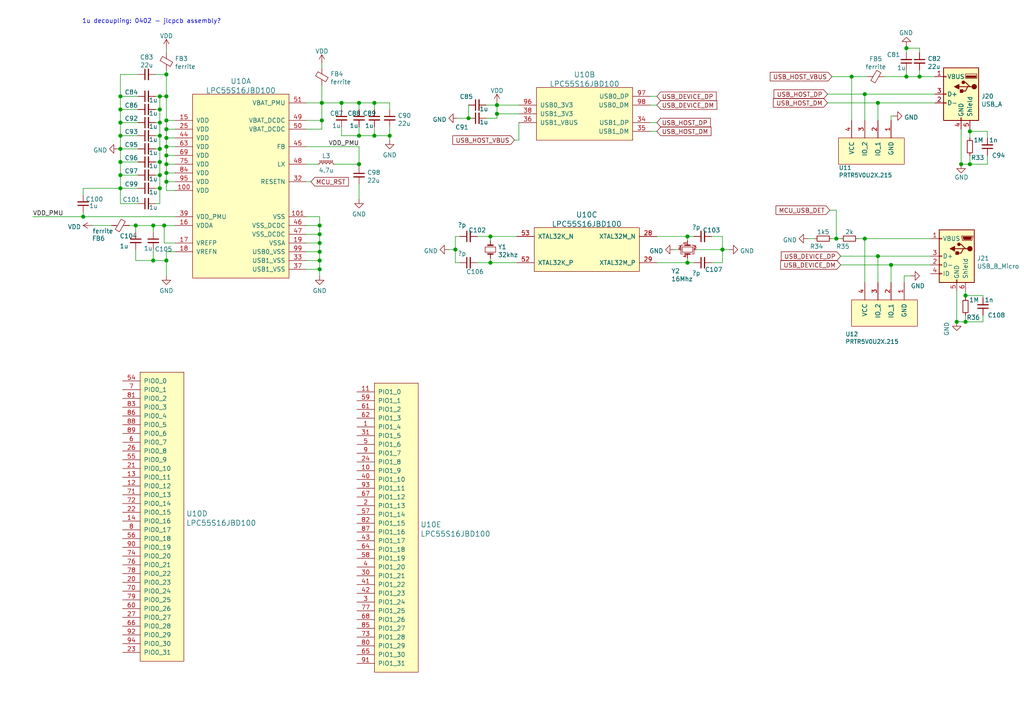
<source format=kicad_sch>
(kicad_sch (version 20210406) (generator eeschema)
  (paper "A4")
  (lib_symbols
    (symbol "Connector:USB_A" (pin_names (offset 1.016))
      (property "Reference" "J" (at -5.08 11.43 0))
      (property "Value" "USB_A" (at -5.08 8.89 0))
      (symbol "USB_A_0_1"
        (circle (center -3.81 2.159) (radius 0.635) (stroke (width 0.254)) (fill (type outline)))
        (circle (center -0.635 3.429) (radius 0.381) (stroke (width 0.254)) (fill (type outline)))
        (rectangle (start -1.27 4.572) (end -4.572 5.842))
        (rectangle (start -0.127 -7.62) (end 0.127 -6.858))
        (rectangle (start 5.08 -2.667) (end 4.318 -2.413))
        (rectangle (start 5.08 -0.127) (end 4.318 0.127))
        (rectangle (start 5.08 4.953) (end 4.318 5.207))
        (rectangle (start -1.524 4.826) (end -4.318 5.334) (fill (type outline)))
        (rectangle (start 0.254 1.27) (end -0.508 0.508) (stroke (width 0.254)) (fill (type outline)))
        (rectangle (start -5.08 -7.62) (end 5.08 7.62) (stroke (width 0.254)) (fill (type background)))
        (polyline (pts (xy -3.175 2.159) (xy -2.54 2.159) (xy -1.27 3.429) (xy -0.635 3.429)) (stroke (width 0.254)))
        (polyline (pts (xy -2.54 2.159) (xy -1.905 2.159) (xy -1.27 0.889) (xy 0 0.889)) (stroke (width 0.254)))
        (polyline (pts (xy 0.635 2.794) (xy 0.635 1.524) (xy 1.905 2.159) (xy 0.635 2.794)) (stroke (width 0.254)) (fill (type outline)))
      )
      (symbol "USB_A_1_1"
        (polyline (pts (xy -1.905 2.159) (xy 0.635 2.159)) (stroke (width 0.254)))
        (pin power_in line (at 7.62 5.08 180) (length 2.54) (name "VBUS") (number "1"))
        (pin bidirectional line (at 7.62 -2.54 180) (length 2.54) (name "D-") (number "2"))
        (pin bidirectional line (at 7.62 0 180) (length 2.54) (name "D+") (number "3"))
        (pin power_in line (at 0 -10.16 90) (length 2.54) (name "GND") (number "4"))
        (pin passive line (at -2.54 -10.16 90) (length 2.54) (name "Shield") (number "5"))
      )
    )
    (symbol "Connector:USB_B_Micro" (pin_names (offset 1.016))
      (property "Reference" "J" (at -5.08 11.43 0))
      (property "Value" "USB_B_Micro" (at -5.08 8.89 0))
      (symbol "USB_B_Micro_0_1"
        (circle (center -3.81 2.159) (radius 0.635) (stroke (width 0.254)) (fill (type outline)))
        (circle (center -0.635 3.429) (radius 0.381) (stroke (width 0.254)) (fill (type outline)))
        (rectangle (start -0.127 -7.62) (end 0.127 -6.858))
        (rectangle (start 5.08 -5.207) (end 4.318 -4.953))
        (rectangle (start 5.08 -2.667) (end 4.318 -2.413))
        (rectangle (start 5.08 -0.127) (end 4.318 0.127))
        (rectangle (start 5.08 4.953) (end 4.318 5.207))
        (rectangle (start 0.254 1.27) (end -0.508 0.508) (stroke (width 0.254)) (fill (type outline)))
        (rectangle (start -5.08 -7.62) (end 5.08 7.62) (stroke (width 0.254)) (fill (type background)))
        (polyline (pts (xy -1.905 2.159) (xy 0.635 2.159)) (stroke (width 0.254)))
        (polyline (pts (xy -3.175 2.159) (xy -2.54 2.159) (xy -1.27 3.429) (xy -0.635 3.429)) (stroke (width 0.254)))
        (polyline (pts (xy -2.54 2.159) (xy -1.905 2.159) (xy -1.27 0.889) (xy 0 0.889)) (stroke (width 0.254)))
        (polyline (pts (xy -4.699 5.842) (xy -4.699 5.588) (xy -4.445 4.826) (xy -4.445 4.572) (xy -1.651 4.572) (xy -1.651 4.826) (xy -1.397 5.588) (xy -1.397 5.842) (xy -4.699 5.842)))
        (polyline (pts (xy 0.635 2.794) (xy 0.635 1.524) (xy 1.905 2.159) (xy 0.635 2.794)) (stroke (width 0.254)) (fill (type outline)))
        (polyline (pts (xy -4.318 5.588) (xy -1.778 5.588) (xy -2.032 4.826) (xy -4.064 4.826) (xy -4.318 5.588)) (fill (type outline)))
      )
      (symbol "USB_B_Micro_1_1"
        (pin power_out line (at 7.62 5.08 180) (length 2.54) (name "VBUS") (number "1"))
        (pin bidirectional line (at 7.62 -2.54 180) (length 2.54) (name "D-") (number "2"))
        (pin bidirectional line (at 7.62 0 180) (length 2.54) (name "D+") (number "3"))
        (pin passive line (at 7.62 -5.08 180) (length 2.54) (name "ID") (number "4"))
        (pin power_out line (at 0 -10.16 90) (length 2.54) (name "GND") (number "5"))
        (pin passive line (at -2.54 -10.16 90) (length 2.54) (name "Shield") (number "6"))
      )
    )
    (symbol "Device:C_Small" (pin_numbers hide) (pin_names (offset 0.254) hide)
      (property "Reference" "C" (at 0.254 1.778 0))
      (property "Value" "C_Small" (at 0.254 -2.032 0))
      (symbol "C_Small_0_1"
        (polyline (pts (xy -1.524 -0.508) (xy 1.524 -0.508)) (stroke (width 0.3302)))
        (polyline (pts (xy -1.524 0.508) (xy 1.524 0.508)) (stroke (width 0.3048)))
      )
      (symbol "C_Small_1_1"
        (pin passive line (at 0 2.54 270) (length 2.032) (name "~") (number "1"))
        (pin passive line (at 0 -2.54 90) (length 2.032) (name "~") (number "2"))
      )
    )
    (symbol "Device:Crystal_GND23_Small" (pin_names (offset 1.016) hide)
      (property "Reference" "Y" (at 1.27 4.445 0))
      (property "Value" "Crystal_GND23_Small" (at 1.27 2.54 0))
      (symbol "Crystal_GND23_Small_0_1"
        (rectangle (start -0.762 -1.524) (end 0.762 1.524))
        (polyline (pts (xy -1.27 -0.762) (xy -1.27 0.762)) (stroke (width 0.381)))
        (polyline (pts (xy 1.27 -0.762) (xy 1.27 0.762)) (stroke (width 0.381)))
        (polyline (pts (xy -1.27 -1.27) (xy -1.27 -1.905) (xy 1.27 -1.905) (xy 1.27 -1.27)))
        (polyline (pts (xy -1.27 1.27) (xy -1.27 1.905) (xy 1.27 1.905) (xy 1.27 1.27)))
      )
      (symbol "Crystal_GND23_Small_1_1"
        (pin passive line (at -2.54 0 0) (length 1.27) (name "1") (number "1"))
        (pin passive line (at 0 -2.54 90) (length 0.635) (name "2") (number "2"))
        (pin passive line (at 0 2.54 270) (length 0.635) (name "3") (number "3"))
        (pin passive line (at 2.54 0 180) (length 1.27) (name "4") (number "4"))
      )
    )
    (symbol "Device:Crystal_Small" (pin_numbers hide) (pin_names (offset 1.016) hide)
      (property "Reference" "Y" (at 0 2.54 0))
      (property "Value" "Crystal_Small" (at 0 -2.54 0))
      (symbol "Crystal_Small_0_1"
        (rectangle (start -0.762 -1.524) (end 0.762 1.524))
        (polyline (pts (xy -1.27 -0.762) (xy -1.27 0.762)) (stroke (width 0.381)))
        (polyline (pts (xy 1.27 -0.762) (xy 1.27 0.762)) (stroke (width 0.381)))
      )
      (symbol "Crystal_Small_1_1"
        (pin passive line (at -2.54 0 0) (length 1.27) (name "1") (number "1"))
        (pin passive line (at 2.54 0 180) (length 1.27) (name "2") (number "2"))
      )
    )
    (symbol "Device:FerriteBead_Small" (pin_numbers hide) (pin_names (offset 0))
      (property "Reference" "FB" (at 1.905 1.27 0))
      (property "Value" "FerriteBead_Small" (at 1.905 -1.27 0))
      (symbol "FerriteBead_Small_0_1"
        (polyline (pts (xy 0 -1.27) (xy 0 -0.7874)))
        (polyline (pts (xy 0 0.889) (xy 0 1.2954)))
        (polyline (pts (xy -1.8288 0.2794) (xy -1.1176 1.4986) (xy 1.8288 -0.2032) (xy 1.1176 -1.4224) (xy -1.8288 0.2794)))
      )
      (symbol "FerriteBead_Small_1_1"
        (pin passive line (at 0 2.54 270) (length 1.27) (name "~") (number "1"))
        (pin passive line (at 0 -2.54 90) (length 1.27) (name "~") (number "2"))
      )
    )
    (symbol "Device:L_Ferrite_Small" (pin_numbers hide) (pin_names (offset 0.254) hide)
      (property "Reference" "L" (at 1.27 1.016 0))
      (property "Value" "L_Ferrite_Small" (at 1.27 -1.27 0))
      (symbol "L_Ferrite_Small_0_1"
        (arc (start 0 -2.032) (end 0 -1.016) (radius (at 0 -1.524) (length 0.508) (angles -89.9 89.9)))
        (arc (start 0 -1.016) (end 0 0) (radius (at 0 -0.508) (length 0.508) (angles -89.9 89.9)))
        (arc (start 0 0) (end 0 1.016) (radius (at 0 0.508) (length 0.508) (angles -89.9 89.9)))
        (arc (start 0 1.016) (end 0 2.032) (radius (at 0 1.524) (length 0.508) (angles -89.9 89.9)))
        (polyline (pts (xy 0.762 -1.905) (xy 0.762 -1.651)))
        (polyline (pts (xy 0.762 -1.397) (xy 0.762 -1.143)))
        (polyline (pts (xy 0.762 -0.889) (xy 0.762 -0.635)))
        (polyline (pts (xy 0.762 -0.381) (xy 0.762 -0.127)))
        (polyline (pts (xy 0.762 0.127) (xy 0.762 0.381)))
        (polyline (pts (xy 0.762 0.635) (xy 0.762 0.889)))
        (polyline (pts (xy 0.762 1.143) (xy 0.762 1.397)))
        (polyline (pts (xy 0.762 1.651) (xy 0.762 1.905)))
        (polyline (pts (xy 1.016 -1.651) (xy 1.016 -1.905)))
        (polyline (pts (xy 1.016 -1.143) (xy 1.016 -1.397)))
        (polyline (pts (xy 1.016 -0.635) (xy 1.016 -0.889)))
        (polyline (pts (xy 1.016 -0.127) (xy 1.016 -0.381)))
        (polyline (pts (xy 1.016 0.381) (xy 1.016 0.127)))
        (polyline (pts (xy 1.016 0.889) (xy 1.016 0.635)))
        (polyline (pts (xy 1.016 1.397) (xy 1.016 1.143)))
        (polyline (pts (xy 1.016 1.905) (xy 1.016 1.651)))
      )
      (symbol "L_Ferrite_Small_1_1"
        (pin passive line (at 0 2.54 270) (length 0.508) (name "~") (number "1"))
        (pin passive line (at 0 -2.54 90) (length 0.508) (name "~") (number "2"))
      )
    )
    (symbol "Device:R_Small" (pin_numbers hide) (pin_names (offset 0.254) hide)
      (property "Reference" "R" (at 0.762 0.508 0))
      (property "Value" "R_Small" (at 0.762 -1.016 0))
      (symbol "R_Small_0_1"
        (rectangle (start -0.762 1.778) (end 0.762 -1.778) (stroke (width 0.2032)))
      )
      (symbol "R_Small_1_1"
        (pin passive line (at 0 2.54 270) (length 0.762) (name "~") (number "1"))
        (pin passive line (at 0 -2.54 90) (length 0.762) (name "~") (number "2"))
      )
    )
    (symbol "Kamtar:LPC55S16JBD100" (pin_names (offset 1.016))
      (property "Reference" "U" (at 5.08 6.35 0))
      (property "Value" "LPC55S16JBD100" (at 5.08 3.81 0))
      (symbol "LPC55S16JBD100_1_1"
        (rectangle (start 5.08 2.54) (end 33.02 -50.8) (fill (type background)))
        (pin bidirectional line (at 0 -25.4 0) (length 5.08) (name "VDD") (number "100"))
        (pin bidirectional line (at 38.1 -33.02 180) (length 5.08) (name "VSS") (number "101"))
        (pin bidirectional line (at 0 -5.08 0) (length 5.08) (name "VDD") (number "15"))
        (pin bidirectional line (at 0 -35.56 0) (length 5.08) (name "VDDA") (number "16"))
        (pin bidirectional line (at 0 -40.64 0) (length 5.08) (name "VREFP") (number "17"))
        (pin bidirectional line (at 0 -43.18 0) (length 5.08) (name "VREFN") (number "18"))
        (pin bidirectional line (at 38.1 -40.64 180) (length 5.08) (name "VSSA") (number "19"))
        (pin bidirectional line (at 0 -7.62 0) (length 5.08) (name "VDD") (number "25"))
        (pin bidirectional line (at 38.1 -22.86 180) (length 5.08) (name "RESETN") (number "32"))
        (pin bidirectional line (at 38.1 -45.72 180) (length 5.08) (name "USB1_VSS") (number "33"))
        (pin bidirectional line (at 38.1 -48.26 180) (length 5.08) (name "USB1_VSS") (number "37"))
        (pin bidirectional line (at 0 -33.02 0) (length 5.08) (name "VDD_PMU") (number "39"))
        (pin bidirectional line (at 0 -10.16 0) (length 5.08) (name "VDD") (number "44"))
        (pin bidirectional line (at 38.1 -12.7 180) (length 5.08) (name "FB") (number "45"))
        (pin bidirectional line (at 38.1 -35.56 180) (length 5.08) (name "VSS_DCDC") (number "46"))
        (pin bidirectional line (at 38.1 -38.1 180) (length 5.08) (name "VSS_DCDC") (number "47"))
        (pin bidirectional line (at 38.1 -17.78 180) (length 5.08) (name "LX") (number "48"))
        (pin bidirectional line (at 38.1 -5.08 180) (length 5.08) (name "VBAT_DCDC") (number "49"))
        (pin bidirectional line (at 38.1 -7.62 180) (length 5.08) (name "VBAT_DCDC") (number "50"))
        (pin bidirectional line (at 38.1 0 180) (length 5.08) (name "VBAT_PMU") (number "51"))
        (pin bidirectional line (at 0 -12.7 0) (length 5.08) (name "VDD") (number "63"))
        (pin bidirectional line (at 0 -15.24 0) (length 5.08) (name "VDD") (number "69"))
        (pin bidirectional line (at 0 -17.78 0) (length 5.08) (name "VDD") (number "75"))
        (pin bidirectional line (at 0 -20.32 0) (length 5.08) (name "VDD") (number "84"))
        (pin bidirectional line (at 0 -22.86 0) (length 5.08) (name "VDD") (number "95"))
        (pin bidirectional line (at 38.1 -43.18 180) (length 5.08) (name "USB0_VSS") (number "99"))
      )
      (symbol "LPC55S16JBD100_2_1"
        (rectangle (start 5.08 2.54) (end 33.02 -12.7) (fill (type background)))
        (pin bidirectional line (at 38.1 -7.62 180) (length 5.08) (name "USB1_DP") (number "34"))
        (pin bidirectional line (at 38.1 -10.16 180) (length 5.08) (name "USB1_DM") (number "35"))
        (pin bidirectional line (at 0 -7.62 0) (length 5.08) (name "USB1_VBUS") (number "36"))
        (pin bidirectional line (at 0 -5.08 0) (length 5.08) (name "USB1_3V3") (number "38"))
        (pin bidirectional line (at 0 -2.54 0) (length 5.08) (name "USB0_3V3") (number "96"))
        (pin bidirectional line (at 38.1 0 180) (length 5.08) (name "USB0_DP") (number "97"))
        (pin bidirectional line (at 38.1 -2.54 180) (length 5.08) (name "USB0_DM") (number "98"))
      )
      (symbol "LPC55S16JBD100_3_1"
        (rectangle (start 5.08 2.54) (end 35.56 -10.16) (fill (type background)))
        (pin bidirectional line (at 40.64 0 180) (length 5.08) (name "XTAL32M_N") (number "28"))
        (pin bidirectional line (at 40.64 -7.62 180) (length 5.08) (name "XTAL32M_P") (number "29"))
        (pin bidirectional line (at 0 -7.62 0) (length 5.08) (name "XTAL32K_P") (number "52"))
        (pin bidirectional line (at 0 0 0) (length 5.08) (name "XTAL32K_N") (number "53"))
      )
      (symbol "LPC55S16JBD100_4_1"
        (rectangle (start 5.08 2.54) (end 17.78 -81.28) (fill (type background)))
        (pin bidirectional line (at 0 -30.48 0) (length 5.08) (name "PIO0_12") (number "12"))
        (pin bidirectional line (at 0 -27.94 0) (length 5.08) (name "PIO0_11") (number "13"))
        (pin bidirectional line (at 0 -40.64 0) (length 5.08) (name "PIO0_16") (number "14"))
        (pin bidirectional line (at 0 -58.42 0) (length 5.08) (name "PIO0_23") (number "20"))
        (pin bidirectional line (at 0 -25.4 0) (length 5.08) (name "PIO0_10") (number "21"))
        (pin bidirectional line (at 0 -38.1 0) (length 5.08) (name "PIO0_15") (number "22"))
        (pin bidirectional line (at 0 -78.74 0) (length 5.08) (name "PIO0_31") (number "23"))
        (pin bidirectional line (at 0 -20.32 0) (length 5.08) (name "PIO0_8") (number "26"))
        (pin bidirectional line (at 0 -68.58 0) (length 5.08) (name "PIO0_27") (number "27"))
        (pin bidirectional line (at 0 0 0) (length 5.08) (name "PIO0_0") (number "54"))
        (pin bidirectional line (at 0 -22.86 0) (length 5.08) (name "PIO0_9") (number "55"))
        (pin bidirectional line (at 0 -45.72 0) (length 5.08) (name "PIO0_18") (number "56"))
        (pin bidirectional line (at 0 -17.78 0) (length 5.08) (name "PIO0_7") (number "6"))
        (pin bidirectional line (at 0 -66.04 0) (length 5.08) (name "PIO0_26") (number "60"))
        (pin bidirectional line (at 0 -71.12 0) (length 5.08) (name "PIO0_28") (number "66"))
        (pin bidirectional line (at 0 -2.54 0) (length 5.08) (name "PIO0_1") (number "7"))
        (pin bidirectional line (at 0 -60.96 0) (length 5.08) (name "PIO0_24") (number "70"))
        (pin bidirectional line (at 0 -33.02 0) (length 5.08) (name "PIO0_13") (number "71"))
        (pin bidirectional line (at 0 -35.56 0) (length 5.08) (name "PIO0_14") (number "72"))
        (pin bidirectional line (at 0 -50.8 0) (length 5.08) (name "PIO0_20") (number "74"))
        (pin bidirectional line (at 0 -53.34 0) (length 5.08) (name "PIO0_21") (number "76"))
        (pin bidirectional line (at 0 -55.88 0) (length 5.08) (name "PIO0_22") (number "78"))
        (pin bidirectional line (at 0 -63.5 0) (length 5.08) (name "PIO0_25") (number "79"))
        (pin bidirectional line (at 0 -43.18 0) (length 5.08) (name "PIO0_17") (number "8"))
        (pin bidirectional line (at 0 -5.08 0) (length 5.08) (name "PIO0_2") (number "81"))
        (pin bidirectional line (at 0 -7.62 0) (length 5.08) (name "PIO0_3") (number "83"))
        (pin bidirectional line (at 0 -10.16 0) (length 5.08) (name "PIO0_4") (number "86"))
        (pin bidirectional line (at 0 -12.7 0) (length 5.08) (name "PIO0_5") (number "88"))
        (pin bidirectional line (at 0 -15.24 0) (length 5.08) (name "PIO0_6") (number "89"))
        (pin bidirectional line (at 0 -48.26 0) (length 5.08) (name "PIO0_19") (number "90"))
        (pin bidirectional line (at 0 -73.66 0) (length 5.08) (name "PIO0_29") (number "92"))
        (pin bidirectional line (at 0 -76.2 0) (length 5.08) (name "PIO0_30") (number "94"))
      )
      (symbol "LPC55S16JBD100_5_1"
        (rectangle (start 5.08 2.54) (end 17.78 -81.28) (fill (type background)))
        (pin bidirectional line (at 0 -10.16 0) (length 5.08) (name "PIO1_4") (number "1"))
        (pin bidirectional line (at 0 -22.86 0) (length 5.08) (name "PIO1_9") (number "10"))
        (pin bidirectional line (at 0 0 0) (length 5.08) (name "PIO1_0") (number "11"))
        (pin bidirectional line (at 0 -33.02 0) (length 5.08) (name "PIO1_13") (number "2"))
        (pin bidirectional line (at 0 -20.32 0) (length 5.08) (name "PIO1_8") (number "24"))
        (pin bidirectional line (at 0 -60.96 0) (length 5.08) (name "PIO1_24") (number "3"))
        (pin bidirectional line (at 0 -53.34 0) (length 5.08) (name "PIO1_21") (number "30"))
        (pin bidirectional line (at 0 -12.7 0) (length 5.08) (name "PIO1_5") (number "31"))
        (pin bidirectional line (at 0 -50.8 0) (length 5.08) (name "PIO1_20") (number "4"))
        (pin bidirectional line (at 0 -25.4 0) (length 5.08) (name "PIO1_10") (number "40"))
        (pin bidirectional line (at 0 -55.88 0) (length 5.08) (name "PIO1_22") (number "41"))
        (pin bidirectional line (at 0 -58.42 0) (length 5.08) (name "PIO1_23") (number "42"))
        (pin bidirectional line (at 0 -43.18 0) (length 5.08) (name "PIO1_17") (number "43"))
        (pin bidirectional line (at 0 -15.24 0) (length 5.08) (name "PIO1_6") (number "5"))
        (pin bidirectional line (at 0 -35.56 0) (length 5.08) (name "PIO1_14") (number "57"))
        (pin bidirectional line (at 0 -48.26 0) (length 5.08) (name "PIO1_19") (number "58"))
        (pin bidirectional line (at 0 -2.54 0) (length 5.08) (name "PIO1_1") (number "59"))
        (pin bidirectional line (at 0 -5.08 0) (length 5.08) (name "PIO1_2") (number "61"))
        (pin bidirectional line (at 0 -7.62 0) (length 5.08) (name "PIO1_3") (number "62"))
        (pin bidirectional line (at 0 -45.72 0) (length 5.08) (name "PIO1_18") (number "64"))
        (pin bidirectional line (at 0 -76.2 0) (length 5.08) (name "PIO1_30") (number "65"))
        (pin bidirectional line (at 0 -30.48 0) (length 5.08) (name "PIO1_12") (number "67"))
        (pin bidirectional line (at 0 -66.04 0) (length 5.08) (name "PIO1_26") (number "68"))
        (pin bidirectional line (at 0 -71.12 0) (length 5.08) (name "PIO1_28") (number "73"))
        (pin bidirectional line (at 0 -63.5 0) (length 5.08) (name "PIO1_25") (number "77"))
        (pin bidirectional line (at 0 -73.66 0) (length 5.08) (name "PIO1_29") (number "80"))
        (pin bidirectional line (at 0 -38.1 0) (length 5.08) (name "PIO1_15") (number "82"))
        (pin bidirectional line (at 0 -68.58 0) (length 5.08) (name "PIO1_27") (number "85"))
        (pin bidirectional line (at 0 -40.64 0) (length 5.08) (name "PIO1_16") (number "87"))
        (pin bidirectional line (at 0 -17.78 0) (length 5.08) (name "PIO1_7") (number "9"))
        (pin bidirectional line (at 0 -78.74 0) (length 5.08) (name "PIO1_31") (number "91"))
        (pin bidirectional line (at 0 -27.94 0) (length 5.08) (name "PIO1_11") (number "93"))
      )
    )
    (symbol "Kamtar:PRTR5V0U2X.215" (pin_names (offset 1.016))
      (property "Reference" "U" (at 5.08 -8.89 0))
      (property "Value" "PRTR5V0U2X.215" (at 1.27 -6.35 0))
      (symbol "PRTR5V0U2X.215_0_1"
        (rectangle (start -8.89 2.54) (end 10.16 -5.08) (stroke (width 0.1524)) (fill (type background)))
      )
      (symbol "PRTR5V0U2X.215_1_1"
        (pin input line (at -5.08 7.62 270) (length 5.08) (name "GND") (number "1"))
        (pin input line (at -1.27 7.62 270) (length 5.08) (name "IO_1") (number "2"))
        (pin input line (at 2.54 7.62 270) (length 5.08) (name "IO_2") (number "3"))
        (pin input line (at 6.35 7.62 270) (length 5.08) (name "VCC") (number "4"))
      )
    )
    (symbol "power:GND" (power) (pin_names (offset 0))
      (property "Value" "GND" (at 0 -3.81 0))
      (symbol "GND_0_1"
        (polyline (pts (xy 0 0) (xy 0 -1.27) (xy 1.27 -1.27) (xy 0 -2.54) (xy -1.27 -1.27) (xy 0 -1.27)))
      )
      (symbol "GND_1_1"
        (pin power_in line (at 0 0 270) (length 0) hide (name "GND") (number "1"))
      )
    )
    (symbol "power:VDD" (power) (pin_names (offset 0))
      (property "Value" "VDD" (at 0 3.81 0))
      (symbol "VDD_0_1"
        (polyline (pts (xy -0.762 1.27) (xy 0 2.54)))
        (polyline (pts (xy 0 0) (xy 0 2.54)))
        (polyline (pts (xy 0 2.54) (xy 0.762 1.27)))
      )
      (symbol "VDD_1_1"
        (pin power_in line (at 0 0 90) (length 0) hide (name "VDD") (number "1"))
      )
    )
  )
  (junction (at 24.13 62.865) (diameter 1.016))
  (junction (at 34.925 27.94) (diameter 1.016))
  (junction (at 34.925 31.75) (diameter 1.016))
  (junction (at 34.925 35.56) (diameter 1.016))
  (junction (at 34.925 39.37) (diameter 1.016))
  (junction (at 34.925 43.18) (diameter 1.016))
  (junction (at 34.925 46.99) (diameter 1.016))
  (junction (at 34.925 50.8) (diameter 1.016))
  (junction (at 34.925 54.61) (diameter 1.016))
  (junction (at 39.37 65.405) (diameter 1.016))
  (junction (at 44.45 65.405) (diameter 1.016))
  (junction (at 44.45 75.565) (diameter 1.016))
  (junction (at 46.355 27.94) (diameter 1.016))
  (junction (at 46.355 31.75) (diameter 1.016))
  (junction (at 46.355 35.56) (diameter 1.016))
  (junction (at 46.355 39.37) (diameter 1.016))
  (junction (at 46.355 43.18) (diameter 1.016))
  (junction (at 46.355 46.99) (diameter 1.016))
  (junction (at 46.355 50.8) (diameter 1.016))
  (junction (at 46.355 54.61) (diameter 1.016))
  (junction (at 47.625 65.405) (diameter 1.016))
  (junction (at 48.26 21.59) (diameter 1.016))
  (junction (at 48.26 27.94) (diameter 1.016))
  (junction (at 48.26 34.925) (diameter 1.016))
  (junction (at 48.26 37.465) (diameter 1.016))
  (junction (at 48.26 40.005) (diameter 1.016))
  (junction (at 48.26 42.545) (diameter 1.016))
  (junction (at 48.26 45.085) (diameter 1.016))
  (junction (at 48.26 47.625) (diameter 1.016))
  (junction (at 48.26 50.165) (diameter 1.016))
  (junction (at 48.26 52.705) (diameter 1.016))
  (junction (at 48.26 75.565) (diameter 1.016))
  (junction (at 92.71 65.405) (diameter 1.016))
  (junction (at 92.71 67.945) (diameter 1.016))
  (junction (at 92.71 70.485) (diameter 1.016))
  (junction (at 92.71 73.025) (diameter 1.016))
  (junction (at 92.71 75.565) (diameter 1.016))
  (junction (at 92.71 78.105) (diameter 1.016))
  (junction (at 93.345 29.845) (diameter 1.016))
  (junction (at 93.345 34.925) (diameter 1.016))
  (junction (at 99.06 29.845) (diameter 1.016))
  (junction (at 104.14 29.845) (diameter 1.016))
  (junction (at 104.14 39.37) (diameter 1.016))
  (junction (at 104.14 47.625) (diameter 1.016))
  (junction (at 108.585 29.845) (diameter 1.016))
  (junction (at 108.585 39.37) (diameter 1.016))
  (junction (at 113.03 39.37) (diameter 1.016))
  (junction (at 132.08 72.39) (diameter 1.016))
  (junction (at 135.89 34.29) (diameter 1.016))
  (junction (at 142.24 68.58) (diameter 1.016))
  (junction (at 142.24 76.2) (diameter 1.016))
  (junction (at 144.145 30.48) (diameter 1.016))
  (junction (at 144.145 33.02) (diameter 1.016))
  (junction (at 199.39 68.58) (diameter 1.016))
  (junction (at 199.39 76.2) (diameter 1.016))
  (junction (at 209.55 72.39) (diameter 1.016))
  (junction (at 242.57 69.215) (diameter 1.016))
  (junction (at 247.015 22.225) (diameter 1.016))
  (junction (at 250.825 27.305) (diameter 1.016))
  (junction (at 250.825 69.215) (diameter 1.016))
  (junction (at 254.635 29.845) (diameter 1.016))
  (junction (at 254.635 74.295) (diameter 1.016))
  (junction (at 258.445 76.835) (diameter 1.016))
  (junction (at 262.89 13.97) (diameter 1.016))
  (junction (at 262.89 22.225) (diameter 1.016))
  (junction (at 266.7 22.225) (diameter 1.016))
  (junction (at 277.495 93.345) (diameter 1.016))
  (junction (at 278.765 47.625) (diameter 1.016))
  (junction (at 280.035 85.725) (diameter 1.016))
  (junction (at 280.035 93.345) (diameter 1.016))
  (junction (at 281.305 38.1) (diameter 1.016))
  (junction (at 281.305 47.625) (diameter 1.016))
  (wire (pts (xy 9.525 62.865) (xy 24.13 62.865)))
  (wire (pts (xy 24.13 54.61) (xy 24.13 56.515)))
  (wire (pts (xy 24.13 61.595) (xy 24.13 62.865)))
  (wire (pts (xy 24.13 62.865) (xy 50.8 62.865)))
  (wire (pts (xy 32.385 65.405) (xy 26.67 65.405)))
  (wire (pts (xy 34.29 43.18) (xy 34.925 43.18)))
  (wire (pts (xy 34.925 21.59) (xy 40.005 21.59)))
  (wire (pts (xy 34.925 27.94) (xy 34.925 21.59)))
  (wire (pts (xy 34.925 27.94) (xy 34.925 31.75)))
  (wire (pts (xy 34.925 31.75) (xy 34.925 35.56)))
  (wire (pts (xy 34.925 35.56) (xy 34.925 39.37)))
  (wire (pts (xy 34.925 39.37) (xy 34.925 43.18)))
  (wire (pts (xy 34.925 43.18) (xy 40.005 43.18)))
  (wire (pts (xy 34.925 46.99) (xy 34.925 43.18)))
  (wire (pts (xy 34.925 50.8) (xy 34.925 46.99)))
  (wire (pts (xy 34.925 54.61) (xy 24.13 54.61)))
  (wire (pts (xy 34.925 54.61) (xy 34.925 50.8)))
  (wire (pts (xy 34.925 59.055) (xy 34.925 54.61)))
  (wire (pts (xy 37.465 65.405) (xy 39.37 65.405)))
  (wire (pts (xy 39.37 65.405) (xy 44.45 65.405)))
  (wire (pts (xy 39.37 67.31) (xy 39.37 65.405)))
  (wire (pts (xy 39.37 72.39) (xy 39.37 75.565)))
  (wire (pts (xy 39.37 75.565) (xy 44.45 75.565)))
  (wire (pts (xy 40.005 27.94) (xy 34.925 27.94)))
  (wire (pts (xy 40.005 31.75) (xy 34.925 31.75)))
  (wire (pts (xy 40.005 35.56) (xy 34.925 35.56)))
  (wire (pts (xy 40.005 39.37) (xy 34.925 39.37)))
  (wire (pts (xy 40.005 46.99) (xy 34.925 46.99)))
  (wire (pts (xy 40.005 50.8) (xy 34.925 50.8)))
  (wire (pts (xy 40.005 54.61) (xy 34.925 54.61)))
  (wire (pts (xy 40.005 59.055) (xy 34.925 59.055)))
  (wire (pts (xy 44.45 65.405) (xy 47.625 65.405)))
  (wire (pts (xy 44.45 67.31) (xy 44.45 65.405)))
  (wire (pts (xy 44.45 72.39) (xy 44.45 75.565)))
  (wire (pts (xy 44.45 75.565) (xy 48.26 75.565)))
  (wire (pts (xy 45.085 21.59) (xy 48.26 21.59)))
  (wire (pts (xy 45.085 27.94) (xy 46.355 27.94)))
  (wire (pts (xy 45.085 31.75) (xy 46.355 31.75)))
  (wire (pts (xy 45.085 35.56) (xy 46.355 35.56)))
  (wire (pts (xy 45.085 39.37) (xy 46.355 39.37)))
  (wire (pts (xy 45.085 43.18) (xy 46.355 43.18)))
  (wire (pts (xy 45.085 46.99) (xy 46.355 46.99)))
  (wire (pts (xy 45.085 50.8) (xy 46.355 50.8)))
  (wire (pts (xy 45.085 54.61) (xy 46.355 54.61)))
  (wire (pts (xy 45.085 59.055) (xy 46.355 59.055)))
  (wire (pts (xy 46.355 27.94) (xy 48.26 27.94)))
  (wire (pts (xy 46.355 31.75) (xy 46.355 27.94)))
  (wire (pts (xy 46.355 35.56) (xy 46.355 31.75)))
  (wire (pts (xy 46.355 39.37) (xy 46.355 35.56)))
  (wire (pts (xy 46.355 43.18) (xy 46.355 39.37)))
  (wire (pts (xy 46.355 46.99) (xy 46.355 43.18)))
  (wire (pts (xy 46.355 50.8) (xy 46.355 46.99)))
  (wire (pts (xy 46.355 54.61) (xy 46.355 50.8)))
  (wire (pts (xy 46.355 59.055) (xy 46.355 54.61)))
  (wire (pts (xy 47.625 65.405) (xy 50.8 65.405)))
  (wire (pts (xy 47.625 70.485) (xy 47.625 65.405)))
  (wire (pts (xy 48.26 15.24) (xy 48.26 13.97)))
  (wire (pts (xy 48.26 21.59) (xy 48.26 20.32)))
  (wire (pts (xy 48.26 21.59) (xy 48.26 27.94)))
  (wire (pts (xy 48.26 27.94) (xy 48.26 34.925)))
  (wire (pts (xy 48.26 37.465) (xy 48.26 34.925)))
  (wire (pts (xy 48.26 40.005) (xy 48.26 37.465)))
  (wire (pts (xy 48.26 42.545) (xy 48.26 40.005)))
  (wire (pts (xy 48.26 45.085) (xy 48.26 42.545)))
  (wire (pts (xy 48.26 47.625) (xy 48.26 45.085)))
  (wire (pts (xy 48.26 50.165) (xy 48.26 47.625)))
  (wire (pts (xy 48.26 52.705) (xy 48.26 50.165)))
  (wire (pts (xy 48.26 55.245) (xy 48.26 52.705)))
  (wire (pts (xy 48.26 73.025) (xy 48.26 75.565)))
  (wire (pts (xy 48.26 75.565) (xy 48.26 80.01)))
  (wire (pts (xy 50.8 34.925) (xy 48.26 34.925)))
  (wire (pts (xy 50.8 37.465) (xy 48.26 37.465)))
  (wire (pts (xy 50.8 40.005) (xy 48.26 40.005)))
  (wire (pts (xy 50.8 42.545) (xy 48.26 42.545)))
  (wire (pts (xy 50.8 45.085) (xy 48.26 45.085)))
  (wire (pts (xy 50.8 47.625) (xy 48.26 47.625)))
  (wire (pts (xy 50.8 50.165) (xy 48.26 50.165)))
  (wire (pts (xy 50.8 52.705) (xy 48.26 52.705)))
  (wire (pts (xy 50.8 55.245) (xy 48.26 55.245)))
  (wire (pts (xy 50.8 70.485) (xy 47.625 70.485)))
  (wire (pts (xy 50.8 73.025) (xy 48.26 73.025)))
  (wire (pts (xy 88.9 29.845) (xy 93.345 29.845)))
  (wire (pts (xy 88.9 34.925) (xy 93.345 34.925)))
  (wire (pts (xy 88.9 37.465) (xy 93.345 37.465)))
  (wire (pts (xy 88.9 42.545) (xy 104.14 42.545)))
  (wire (pts (xy 88.9 47.625) (xy 92.075 47.625)))
  (wire (pts (xy 88.9 52.705) (xy 90.17 52.705)))
  (wire (pts (xy 88.9 62.865) (xy 92.71 62.865)))
  (wire (pts (xy 88.9 65.405) (xy 92.71 65.405)))
  (wire (pts (xy 88.9 67.945) (xy 92.71 67.945)))
  (wire (pts (xy 88.9 70.485) (xy 92.71 70.485)))
  (wire (pts (xy 88.9 73.025) (xy 92.71 73.025)))
  (wire (pts (xy 88.9 75.565) (xy 92.71 75.565)))
  (wire (pts (xy 88.9 78.105) (xy 92.71 78.105)))
  (wire (pts (xy 92.71 65.405) (xy 92.71 62.865)))
  (wire (pts (xy 92.71 67.945) (xy 92.71 65.405)))
  (wire (pts (xy 92.71 70.485) (xy 92.71 67.945)))
  (wire (pts (xy 92.71 73.025) (xy 92.71 70.485)))
  (wire (pts (xy 92.71 75.565) (xy 92.71 73.025)))
  (wire (pts (xy 92.71 78.105) (xy 92.71 75.565)))
  (wire (pts (xy 92.71 80.01) (xy 92.71 78.105)))
  (wire (pts (xy 93.345 19.685) (xy 93.345 18.415)))
  (wire (pts (xy 93.345 24.765) (xy 93.345 29.845)))
  (wire (pts (xy 93.345 29.845) (xy 93.345 34.925)))
  (wire (pts (xy 93.345 34.925) (xy 93.345 37.465)))
  (wire (pts (xy 97.155 47.625) (xy 104.14 47.625)))
  (wire (pts (xy 99.06 29.845) (xy 93.345 29.845)))
  (wire (pts (xy 99.06 29.845) (xy 104.14 29.845)))
  (wire (pts (xy 99.06 31.75) (xy 99.06 29.845)))
  (wire (pts (xy 99.06 36.83) (xy 99.06 39.37)))
  (wire (pts (xy 99.06 39.37) (xy 104.14 39.37)))
  (wire (pts (xy 104.14 29.845) (xy 108.585 29.845)))
  (wire (pts (xy 104.14 31.75) (xy 104.14 29.845)))
  (wire (pts (xy 104.14 36.83) (xy 104.14 39.37)))
  (wire (pts (xy 104.14 39.37) (xy 108.585 39.37)))
  (wire (pts (xy 104.14 42.545) (xy 104.14 47.625)))
  (wire (pts (xy 104.14 47.625) (xy 104.14 48.26)))
  (wire (pts (xy 104.14 57.785) (xy 104.14 53.34)))
  (wire (pts (xy 108.585 29.845) (xy 113.03 29.845)))
  (wire (pts (xy 108.585 31.75) (xy 108.585 29.845)))
  (wire (pts (xy 108.585 36.83) (xy 108.585 39.37)))
  (wire (pts (xy 108.585 39.37) (xy 113.03 39.37)))
  (wire (pts (xy 113.03 29.845) (xy 113.03 31.75)))
  (wire (pts (xy 113.03 36.83) (xy 113.03 39.37)))
  (wire (pts (xy 113.03 39.37) (xy 113.03 40.64)))
  (wire (pts (xy 130.175 72.39) (xy 132.08 72.39)))
  (wire (pts (xy 132.08 68.58) (xy 133.35 68.58)))
  (wire (pts (xy 132.08 72.39) (xy 132.08 68.58)))
  (wire (pts (xy 132.08 76.2) (xy 132.08 72.39)))
  (wire (pts (xy 133.35 76.2) (xy 132.08 76.2)))
  (wire (pts (xy 135.89 30.48) (xy 135.89 34.29)))
  (wire (pts (xy 135.89 34.29) (xy 132.715 34.29)))
  (wire (pts (xy 138.43 76.2) (xy 142.24 76.2)))
  (wire (pts (xy 140.97 34.29) (xy 144.145 34.29)))
  (wire (pts (xy 142.24 68.58) (xy 138.43 68.58)))
  (wire (pts (xy 142.24 69.85) (xy 142.24 68.58)))
  (wire (pts (xy 142.24 74.93) (xy 142.24 76.2)))
  (wire (pts (xy 142.24 76.2) (xy 149.86 76.2)))
  (wire (pts (xy 144.145 30.48) (xy 140.97 30.48)))
  (wire (pts (xy 144.145 30.48) (xy 144.145 29.845)))
  (wire (pts (xy 144.145 33.02) (xy 144.145 30.48)))
  (wire (pts (xy 144.145 34.29) (xy 144.145 33.02)))
  (wire (pts (xy 149.225 40.64) (xy 150.495 40.64)))
  (wire (pts (xy 149.86 68.58) (xy 142.24 68.58)))
  (wire (pts (xy 150.495 30.48) (xy 144.145 30.48)))
  (wire (pts (xy 150.495 33.02) (xy 144.145 33.02)))
  (wire (pts (xy 150.495 40.64) (xy 150.495 35.56)))
  (wire (pts (xy 188.595 30.48) (xy 190.5 30.48)))
  (wire (pts (xy 188.595 35.56) (xy 190.5 35.56)))
  (wire (pts (xy 190.5 27.94) (xy 188.595 27.94)))
  (wire (pts (xy 190.5 38.1) (xy 188.595 38.1)))
  (wire (pts (xy 196.85 72.39) (xy 195.58 72.39)))
  (wire (pts (xy 199.39 68.58) (xy 190.5 68.58)))
  (wire (pts (xy 199.39 69.85) (xy 199.39 68.58)))
  (wire (pts (xy 199.39 74.93) (xy 199.39 76.2)))
  (wire (pts (xy 199.39 76.2) (xy 190.5 76.2)))
  (wire (pts (xy 201.295 68.58) (xy 199.39 68.58)))
  (wire (pts (xy 201.295 76.2) (xy 199.39 76.2)))
  (wire (pts (xy 201.93 72.39) (xy 209.55 72.39)))
  (wire (pts (xy 206.375 68.58) (xy 209.55 68.58)))
  (wire (pts (xy 206.375 76.2) (xy 209.55 76.2)))
  (wire (pts (xy 209.55 68.58) (xy 209.55 72.39)))
  (wire (pts (xy 209.55 72.39) (xy 211.455 72.39)))
  (wire (pts (xy 209.55 76.2) (xy 209.55 72.39)))
  (wire (pts (xy 234.315 69.215) (xy 236.22 69.215)))
  (wire (pts (xy 240.03 27.305) (xy 250.825 27.305)))
  (wire (pts (xy 240.03 29.845) (xy 254.635 29.845)))
  (wire (pts (xy 240.665 60.96) (xy 242.57 60.96)))
  (wire (pts (xy 241.3 22.225) (xy 247.015 22.225)))
  (wire (pts (xy 242.57 60.96) (xy 242.57 69.215)))
  (wire (pts (xy 242.57 69.215) (xy 241.3 69.215)))
  (wire (pts (xy 243.84 69.215) (xy 242.57 69.215)))
  (wire (pts (xy 243.84 74.295) (xy 254.635 74.295)))
  (wire (pts (xy 247.015 22.225) (xy 251.46 22.225)))
  (wire (pts (xy 247.015 34.925) (xy 247.015 22.225)))
  (wire (pts (xy 248.92 69.215) (xy 250.825 69.215)))
  (wire (pts (xy 250.825 27.305) (xy 271.145 27.305)))
  (wire (pts (xy 250.825 34.925) (xy 250.825 27.305)))
  (wire (pts (xy 250.825 69.215) (xy 269.875 69.215)))
  (wire (pts (xy 250.825 81.915) (xy 250.825 69.215)))
  (wire (pts (xy 254.635 29.845) (xy 271.145 29.845)))
  (wire (pts (xy 254.635 34.925) (xy 254.635 29.845)))
  (wire (pts (xy 254.635 74.295) (xy 269.875 74.295)))
  (wire (pts (xy 254.635 81.915) (xy 254.635 74.295)))
  (wire (pts (xy 256.54 22.225) (xy 262.89 22.225)))
  (wire (pts (xy 258.445 34.925) (xy 258.445 33.655)))
  (wire (pts (xy 258.445 76.835) (xy 243.84 76.835)))
  (wire (pts (xy 258.445 81.915) (xy 258.445 76.835)))
  (wire (pts (xy 259.08 33.655) (xy 258.445 33.655)))
  (wire (pts (xy 262.255 80.01) (xy 264.16 80.01)))
  (wire (pts (xy 262.255 81.915) (xy 262.255 80.01)))
  (wire (pts (xy 262.89 13.97) (xy 262.89 13.335)))
  (wire (pts (xy 262.89 15.24) (xy 262.89 13.97)))
  (wire (pts (xy 262.89 20.32) (xy 262.89 22.225)))
  (wire (pts (xy 262.89 22.225) (xy 266.7 22.225)))
  (wire (pts (xy 266.7 13.97) (xy 262.89 13.97)))
  (wire (pts (xy 266.7 15.24) (xy 266.7 13.97)))
  (wire (pts (xy 266.7 20.32) (xy 266.7 22.225)))
  (wire (pts (xy 266.7 22.225) (xy 271.145 22.225)))
  (wire (pts (xy 269.875 76.835) (xy 258.445 76.835)))
  (wire (pts (xy 277.495 93.345) (xy 277.495 84.455)))
  (wire (pts (xy 278.765 47.625) (xy 278.765 37.465)))
  (wire (pts (xy 280.035 85.725) (xy 280.035 84.455)))
  (wire (pts (xy 280.035 86.36) (xy 280.035 85.725)))
  (wire (pts (xy 280.035 91.44) (xy 280.035 93.345)))
  (wire (pts (xy 280.035 93.345) (xy 277.495 93.345)))
  (wire (pts (xy 281.305 38.1) (xy 281.305 37.465)))
  (wire (pts (xy 281.305 40.005) (xy 281.305 38.1)))
  (wire (pts (xy 281.305 45.085) (xy 281.305 47.625)))
  (wire (pts (xy 281.305 47.625) (xy 278.765 47.625)))
  (wire (pts (xy 285.115 85.725) (xy 280.035 85.725)))
  (wire (pts (xy 285.115 86.36) (xy 285.115 85.725)))
  (wire (pts (xy 285.115 91.44) (xy 285.115 93.345)))
  (wire (pts (xy 285.115 93.345) (xy 280.035 93.345)))
  (wire (pts (xy 286.385 38.1) (xy 281.305 38.1)))
  (wire (pts (xy 286.385 40.005) (xy 286.385 38.1)))
  (wire (pts (xy 286.385 45.085) (xy 286.385 47.625)))
  (wire (pts (xy 286.385 47.625) (xy 281.305 47.625)))
  (text "1u decoupling: 0402 - jlcpcb assembly?" (at 64.135 6.985 180) (effects (font (size 1.27 1.27)) (justify right bottom)))
  (label "VDD_PMU" (at 9.525 62.865 0))
  (label "VDD_PMU" (at 104.14 42.545 180))
  (global_label "MCU_RST" (shape input) (at 90.17 52.705 0) (property "Intersheet References" "${INTERSHEET_REFS}" (effects hide)))
  (global_label "USB_HOST_VBUS" (shape input) (at 149.225 40.64 180) (property "Intersheet References" "${INTERSHEET_REFS}" (effects hide)))
  (global_label "USB_DEVICE_DP" (shape input) (at 190.5 27.94 0) (property "Intersheet References" "${INTERSHEET_REFS}" (effects hide)))
  (global_label "USB_DEVICE_DM" (shape input) (at 190.5 30.48 0) (property "Intersheet References" "${INTERSHEET_REFS}" (effects hide)))
  (global_label "USB_HOST_DP" (shape input) (at 190.5 35.56 0) (property "Intersheet References" "${INTERSHEET_REFS}" (effects hide)))
  (global_label "USB_HOST_DM" (shape input) (at 190.5 38.1 0) (property "Intersheet References" "${INTERSHEET_REFS}" (effects hide)))
  (global_label "USB_HOST_DP" (shape input) (at 240.03 27.305 180) (property "Intersheet References" "${INTERSHEET_REFS}" (effects hide)))
  (global_label "USB_HOST_DM" (shape input) (at 240.03 29.845 180) (property "Intersheet References" "${INTERSHEET_REFS}" (effects hide)))
  (global_label "MCU_USB_DET" (shape input) (at 240.665 60.96 180) (property "Intersheet References" "${INTERSHEET_REFS}" (effects hide)))
  (global_label "USB_HOST_VBUS" (shape input) (at 241.3 22.225 180) (property "Intersheet References" "${INTERSHEET_REFS}" (effects hide)))
  (global_label "USB_DEVICE_DP" (shape input) (at 243.84 74.295 180) (property "Intersheet References" "${INTERSHEET_REFS}" (effects hide)))
  (global_label "USB_DEVICE_DM" (shape input) (at 243.84 76.835 180) (property "Intersheet References" "${INTERSHEET_REFS}" (effects hide)))
  (symbol (lib_id "power:VDD") (at 26.67 65.405 90) (unit 1)
    (property "Reference" "#PWR0125" (effects hide))
    (property "Value" "VDD" (at 23.4949 65.7935 90) (effects (justify left)))
  )
  (symbol (lib_id "power:VDD") (at 48.26 13.97 0) (unit 1)
    (property "Reference" "#PWR0116" (effects hide))
    (property "Value" "VDD" (at 48.26 10.4226 0))
  )
  (symbol (lib_id "power:VDD") (at 93.345 18.415 0) (unit 1)
    (property "Reference" "#PWR0117" (effects hide))
    (property "Value" "VDD" (at 93.345 14.8676 0))
  )
  (symbol (lib_id "power:VDD") (at 144.145 29.845 0) (unit 1)
    (property "Reference" "#PWR0118" (effects hide))
    (property "Value" "VDD" (at 144.145 26.2976 0))
  )
  (symbol (lib_id "power:GND") (at 34.29 43.18 270) (unit 1)
    (property "Reference" "#PWR0122" (effects hide))
    (property "Value" "GND" (at 31.115 43.5685 90) (effects (justify right)))
  )
  (symbol (lib_id "power:GND") (at 48.26 80.01 0) (unit 1)
    (property "Reference" "#PWR0130" (effects hide))
    (property "Value" "GND" (at 48.26 84.3344 0))
  )
  (symbol (lib_id "power:GND") (at 92.71 80.01 0) (unit 1)
    (property "Reference" "#PWR0131" (effects hide))
    (property "Value" "GND" (at 92.71 84.3344 0))
  )
  (symbol (lib_id "power:GND") (at 104.14 57.785 0) (unit 1)
    (property "Reference" "#PWR0124" (effects hide))
    (property "Value" "GND" (at 104.14 62.1094 0))
  )
  (symbol (lib_id "power:GND") (at 113.03 40.64 0) (unit 1)
    (property "Reference" "#PWR0121" (effects hide))
    (property "Value" "GND" (at 113.03 44.9644 0))
  )
  (symbol (lib_id "power:GND") (at 130.175 72.39 270) (unit 1)
    (property "Reference" "#PWR0127" (effects hide))
    (property "Value" "GND" (at 127 72.7785 90) (effects (justify right)))
  )
  (symbol (lib_id "power:GND") (at 132.715 34.29 270) (unit 1)
    (property "Reference" "#PWR0120" (effects hide))
    (property "Value" "GND" (at 129.54 34.6785 90) (effects (justify right)))
  )
  (symbol (lib_id "power:GND") (at 195.58 72.39 270) (unit 1)
    (property "Reference" "#PWR0128" (effects hide))
    (property "Value" "GND" (at 192.405 72.7785 90) (effects (justify right)))
  )
  (symbol (lib_id "power:GND") (at 211.455 72.39 90) (unit 1)
    (property "Reference" "#PWR0129" (effects hide))
    (property "Value" "GND" (at 214.6301 72.7785 90) (effects (justify right)))
  )
  (symbol (lib_id "power:GND") (at 234.315 69.215 270) (unit 1)
    (property "Reference" "#PWR0126" (effects hide))
    (property "Value" "GND" (at 231.14 69.6035 90) (effects (justify right)))
  )
  (symbol (lib_id "power:GND") (at 259.08 33.655 90) (unit 1)
    (property "Reference" "#PWR0119" (effects hide))
    (property "Value" "GND" (at 262.2551 34.0435 90) (effects (justify right)))
  )
  (symbol (lib_id "power:GND") (at 262.89 13.335 180) (unit 1)
    (property "Reference" "#PWR0115" (effects hide))
    (property "Value" "GND" (at 260.7385 9.5249 0) (effects (justify right)))
  )
  (symbol (lib_id "power:GND") (at 264.16 80.01 90) (unit 1)
    (property "Reference" "#PWR0132" (effects hide))
    (property "Value" "GND" (at 264.1601 82.9385 90) (effects (justify right)))
  )
  (symbol (lib_id "power:GND") (at 277.495 93.345 0) (unit 1)
    (property "Reference" "#PWR0133" (effects hide))
    (property "Value" "GND" (at 274.5665 93.3451 90) (effects (justify right)))
  )
  (symbol (lib_id "power:GND") (at 278.765 47.625 0) (unit 1)
    (property "Reference" "#PWR0123" (effects hide))
    (property "Value" "GND" (at 280.9165 51.4351 0) (effects (justify right)))
  )
  (symbol (lib_id "Device:L_Ferrite_Small") (at 94.615 47.625 90) (unit 1)
    (property "Reference" "L3" (at 94.615 45.2078 90))
    (property "Value" "4.7u" (at 94.615 49.4115 90))
  )
  (symbol (lib_id "Device:R_Small") (at 238.76 69.215 270) (unit 1)
    (property "Reference" "R34" (at 236.855 71.4798 90))
    (property "Value" "1k5" (at 238.76 67.2761 90))
    (property "Footprint" "Resistor_SMD:R_0603_1608Metric" (effects hide))
  )
  (symbol (lib_id "Device:R_Small") (at 246.38 69.215 270) (unit 1)
    (property "Reference" "R35" (at 244.475 71.4798 90))
    (property "Value" "2k" (at 246.38 67.2761 90))
    (property "Footprint" "Resistor_SMD:R_0603_1608Metric" (effects hide))
  )
  (symbol (lib_id "Device:R_Small") (at 280.035 88.9 0) (unit 1)
    (property "Reference" "R36" (at 282.2998 92.075 0))
    (property "Value" "1M" (at 282.5411 86.995 0))
    (property "Footprint" "Resistor_SMD:R_0603_1608Metric" (effects hide))
  )
  (symbol (lib_id "Device:R_Small") (at 281.305 42.545 0) (unit 1)
    (property "Reference" "R33" (at 283.5698 45.72 0))
    (property "Value" "1M" (at 283.8111 40.64 0))
    (property "Footprint" "Resistor_SMD:R_0603_1608Metric" (effects hide))
  )
  (symbol (lib_id "Device:Crystal_Small") (at 142.24 72.39 90) (unit 1)
    (property "Reference" "Y1" (at 144.3991 71.6291 90) (effects (justify right)))
    (property "Value" "32khz" (at 144.3991 73.9278 90) (effects (justify right)))
  )
  (symbol (lib_id "Device:C_Small") (at 24.13 59.055 180) (unit 1)
    (property "Reference" "C100" (at 27.3897 57.785 0))
    (property "Value" "1u" (at 27.1484 59.69 0))
    (property "Footprint" "Capacitor_SMD:C_0402_1005Metric" (effects hide))
  )
  (symbol (lib_id "Device:C_Small") (at 39.37 69.85 0) (unit 1)
    (property "Reference" "C104" (at 34.7092 68.4541 0) (effects (justify left)))
    (property "Value" "1u" (at 34.7092 71.3878 0) (effects (justify left)))
    (property "Footprint" "Capacitor_SMD:C_0402_1005Metric" (effects hide))
  )
  (symbol (lib_id "Device:C_Small") (at 42.545 21.59 90) (unit 1)
    (property "Reference" "C83" (at 42.545 16.5947 90))
    (property "Value" "22u" (at 42.545 18.8934 90))
    (property "Footprint" "Capacitor_SMD:C_0805_2012Metric" (effects hide))
  )
  (symbol (lib_id "Device:C_Small") (at 42.545 27.94 90) (unit 1)
    (property "Reference" "C84" (at 38.1 26.7547 90))
    (property "Value" "1u" (at 44.45 29.0534 90))
    (property "Footprint" "Capacitor_SMD:C_0402_1005Metric" (effects hide))
  )
  (symbol (lib_id "Device:C_Small") (at 42.545 31.75 90) (unit 1)
    (property "Reference" "C86" (at 38.1 30.5647 90))
    (property "Value" "1u" (at 44.45 32.8634 90))
    (property "Footprint" "Capacitor_SMD:C_0402_1005Metric" (effects hide))
  )
  (symbol (lib_id "Device:C_Small") (at 42.545 35.56 90) (unit 1)
    (property "Reference" "C92" (at 38.1 34.3747 90))
    (property "Value" "1u" (at 44.45 36.6734 90))
    (property "Footprint" "Capacitor_SMD:C_0402_1005Metric" (effects hide))
  )
  (symbol (lib_id "Device:C_Small") (at 42.545 39.37 90) (unit 1)
    (property "Reference" "C93" (at 38.1 38.1847 90))
    (property "Value" "1u" (at 44.45 40.4834 90))
    (property "Footprint" "Capacitor_SMD:C_0402_1005Metric" (effects hide))
  )
  (symbol (lib_id "Device:C_Small") (at 42.545 43.18 90) (unit 1)
    (property "Reference" "C95" (at 38.1 41.9947 90))
    (property "Value" "1u" (at 44.45 44.2934 90))
    (property "Footprint" "Capacitor_SMD:C_0402_1005Metric" (effects hide))
  )
  (symbol (lib_id "Device:C_Small") (at 42.545 46.99 90) (unit 1)
    (property "Reference" "C96" (at 38.1 45.8047 90))
    (property "Value" "1u" (at 44.45 48.1034 90))
    (property "Footprint" "Capacitor_SMD:C_0402_1005Metric" (effects hide))
  )
  (symbol (lib_id "Device:C_Small") (at 42.545 50.8 90) (unit 1)
    (property "Reference" "C97" (at 38.1 49.6147 90))
    (property "Value" "1u" (at 44.45 51.9134 90))
    (property "Footprint" "Capacitor_SMD:C_0402_1005Metric" (effects hide))
  )
  (symbol (lib_id "Device:C_Small") (at 42.545 54.61 90) (unit 1)
    (property "Reference" "C99" (at 38.1 53.4247 90))
    (property "Value" "1u" (at 44.45 55.7234 90))
    (property "Footprint" "Capacitor_SMD:C_0402_1005Metric" (effects hide))
  )
  (symbol (lib_id "Device:C_Small") (at 42.545 59.055 90) (unit 1)
    (property "Reference" "C101" (at 38.1 57.8697 90))
    (property "Value" "1u" (at 44.45 60.1684 90))
    (property "Footprint" "Capacitor_SMD:C_0402_1005Metric" (effects hide))
  )
  (symbol (lib_id "Device:C_Small") (at 44.45 69.85 0) (unit 1)
    (property "Reference" "C105" (at 44.8692 72.2641 0) (effects (justify left)))
    (property "Value" "1u" (at 41.6942 72.0228 0) (effects (justify left)))
    (property "Footprint" "Capacitor_SMD:C_0402_1005Metric" (effects hide))
  )
  (symbol (lib_id "Device:C_Small") (at 99.06 34.29 0) (unit 1)
    (property "Reference" "C87" (at 95.6692 32.8941 0) (effects (justify left)))
    (property "Value" "1u" (at 96.3042 36.4628 0) (effects (justify left)))
    (property "Footprint" "Capacitor_SMD:C_0402_1005Metric" (effects hide))
  )
  (symbol (lib_id "Device:C_Small") (at 104.14 34.29 0) (unit 1)
    (property "Reference" "C88" (at 100.7492 32.8941 0) (effects (justify left)))
    (property "Value" "1u" (at 101.3842 36.4628 0) (effects (justify left)))
    (property "Footprint" "Capacitor_SMD:C_0402_1005Metric" (effects hide))
  )
  (symbol (lib_id "Device:C_Small") (at 104.14 50.8 0) (unit 1)
    (property "Reference" "C98" (at 106.4642 50.0391 0) (effects (justify left)))
    (property "Value" "22u" (at 106.4642 52.3378 0) (effects (justify left)))
    (property "Footprint" "Capacitor_SMD:C_0805_2012Metric" (effects hide))
  )
  (symbol (lib_id "Device:C_Small") (at 108.585 34.29 0) (unit 1)
    (property "Reference" "C89" (at 105.1942 32.8941 0) (effects (justify left)))
    (property "Value" "1u" (at 105.8292 36.4628 0) (effects (justify left)))
    (property "Footprint" "Capacitor_SMD:C_0402_1005Metric" (effects hide))
  )
  (symbol (lib_id "Device:C_Small") (at 113.03 34.29 0) (unit 1)
    (property "Reference" "C90" (at 115.3542 33.5291 0) (effects (justify left)))
    (property "Value" "22u" (at 115.3542 35.8278 0) (effects (justify left)))
    (property "Footprint" "Capacitor_SMD:C_0805_2012Metric" (effects hide))
  )
  (symbol (lib_id "Device:C_Small") (at 135.89 68.58 90) (unit 1)
    (property "Reference" "C102" (at 138.43 66.7597 90))
    (property "Value" "?p" (at 133.985 65.2484 90))
  )
  (symbol (lib_id "Device:C_Small") (at 135.89 76.2 90) (unit 1)
    (property "Reference" "C106" (at 137.795 78.8247 90))
    (property "Value" "?p" (at 133.985 73.5034 90))
  )
  (symbol (lib_id "Device:C_Small") (at 138.43 30.48 90) (unit 1)
    (property "Reference" "C85" (at 135.255 28.0247 90))
    (property "Value" "1u" (at 140.335 31.5934 90))
    (property "Footprint" "Capacitor_SMD:C_0402_1005Metric" (effects hide))
  )
  (symbol (lib_id "Device:C_Small") (at 138.43 34.29 90) (unit 1)
    (property "Reference" "C91" (at 133.985 36.9147 90))
    (property "Value" "1u" (at 140.335 35.4034 90))
    (property "Footprint" "Capacitor_SMD:C_0402_1005Metric" (effects hide))
  )
  (symbol (lib_id "Device:C_Small") (at 203.835 68.58 90) (unit 1)
    (property "Reference" "C103" (at 206.375 66.7597 90))
    (property "Value" "?p" (at 201.93 65.8834 90))
  )
  (symbol (lib_id "Device:C_Small") (at 203.835 76.2 90) (unit 1)
    (property "Reference" "C107" (at 207.01 78.1897 90))
    (property "Value" "?p" (at 201.93 79.2184 90))
  )
  (symbol (lib_id "Device:C_Small") (at 262.89 17.78 180) (unit 1)
    (property "Reference" "C81" (at 259.1647 15.875 0))
    (property "Value" "1u" (at 261.4634 19.685 0))
    (property "Footprint" "Capacitor_SMD:C_0402_1005Metric" (effects hide))
  )
  (symbol (lib_id "Device:C_Small") (at 266.7 17.78 0) (unit 1)
    (property "Reference" "C82" (at 269.0242 17.0191 0) (effects (justify left)))
    (property "Value" "22u" (at 269.0242 19.3178 0) (effects (justify left)))
    (property "Footprint" "Capacitor_SMD:C_0805_2012Metric" (effects hide))
  )
  (symbol (lib_id "Device:C_Small") (at 285.115 88.9 180) (unit 1)
    (property "Reference" "C108" (at 289.0097 91.44 0))
    (property "Value" "1n" (at 286.8634 86.995 0))
    (property "Footprint" "Capacitor_SMD:C_0402_1005Metric" (effects hide))
  )
  (symbol (lib_id "Device:C_Small") (at 286.385 42.545 180) (unit 1)
    (property "Reference" "C94" (at 289.6447 45.085 0))
    (property "Value" "1n" (at 288.1334 40.64 0))
    (property "Footprint" "Capacitor_SMD:C_0402_1005Metric" (effects hide))
  )
  (symbol (lib_id "Device:FerriteBead_Small") (at 34.925 65.405 90) (unit 1)
    (property "Reference" "FB6" (at 28.575 69.16 90))
    (property "Value" "ferrite" (at 29.845 67.0137 90))
    (property "Footprint" "Capacitor_SMD:C_0603_1608Metric" (effects hide))
  )
  (symbol (lib_id "Device:FerriteBead_Small") (at 48.26 17.78 180) (unit 1)
    (property "Reference" "FB3" (at 50.7239 17.0191 0) (effects (justify right)))
    (property "Value" "ferrite" (at 50.7239 19.3178 0) (effects (justify right)))
    (property "Footprint" "Capacitor_SMD:C_0603_1608Metric" (effects hide))
  )
  (symbol (lib_id "Device:FerriteBead_Small") (at 93.345 22.225 180) (unit 1)
    (property "Reference" "FB4" (at 95.8089 21.4641 0) (effects (justify right)))
    (property "Value" "ferrite" (at 95.8089 23.7628 0) (effects (justify right)))
    (property "Footprint" "Capacitor_SMD:C_0603_1608Metric" (effects hide))
  )
  (symbol (lib_id "Device:FerriteBead_Small") (at 254 22.225 270) (unit 1)
    (property "Reference" "FB5" (at 254 17.09 90))
    (property "Value" "ferrite" (at 254 19.3887 90))
    (property "Footprint" "Capacitor_SMD:C_0603_1608Metric" (effects hide))
  )
  (symbol (lib_id "Device:Crystal_GND23_Small") (at 199.39 72.39 270) (unit 1)
    (property "Reference" "Y2" (at 194.6911 78.6141 90) (effects (justify left)))
    (property "Value" "16Mhz" (at 194.6911 80.9128 90) (effects (justify left)))
  )
  (symbol (lib_id "Connector:USB_B_Micro") (at 277.495 74.295 0) (mirror y) (unit 1)
    (property "Reference" "J21" (at 283.3371 74.9311 0) (effects (justify right)))
    (property "Value" "USB_B_Micro" (at 283.3371 77.2298 0) (effects (justify right)))
  )
  (symbol (lib_id "Connector:USB_A") (at 278.765 27.305 0) (mirror y) (unit 1)
    (property "Reference" "J20" (at 284.6071 27.9411 0) (effects (justify right)))
    (property "Value" "USB_A" (at 284.6071 30.2398 0) (effects (justify right)))
    (property "Datasheet" " ~" (effects hide))
  )
  (symbol (lib_id "Kamtar:PRTR5V0U2X.215") (at 253.365 42.545 0) (mirror y) (unit 1)
    (property "Reference" "U11" (at 243.2813 48.6548 0) (effects (font (size 1.1938 1.1938)) (justify right)))
    (property "Value" "PRTR5V0U2X.215" (at 243.2813 50.8308 0) (effects (font (size 1.1938 1.1938)) (justify right)))
  )
  (symbol (lib_id "Kamtar:PRTR5V0U2X.215") (at 257.175 89.535 0) (mirror y) (unit 1)
    (property "Reference" "U12" (at 245.1863 96.9148 0) (effects (font (size 1.1938 1.1938)) (justify right)))
    (property "Value" "PRTR5V0U2X.215" (at 245.1863 99.0908 0) (effects (font (size 1.1938 1.1938)) (justify right)))
  )
  (symbol (lib_id "Kamtar:LPC55S16JBD100") (at 149.86 68.58 0) (unit 3)
    (property "Reference" "U10" (at 170.18 62.2759 0) (effects (font (size 1.524 1.524))))
    (property "Value" "LPC55S16JBD100" (at 170.18 64.9835 0) (effects (font (size 1.524 1.524))))
    (property "manf#" "LPC55S16JBD100" (effects hide))
  )
  (symbol (lib_id "Kamtar:LPC55S16JBD100") (at 150.495 27.94 0) (unit 2)
    (property "Reference" "U10" (at 169.545 21.6359 0) (effects (font (size 1.524 1.524))))
    (property "Value" "LPC55S16JBD100" (at 169.545 24.3435 0) (effects (font (size 1.524 1.524))))
    (property "manf#" "LPC55S16JBD100" (effects hide))
  )
  (symbol (lib_id "Kamtar:LPC55S16JBD100") (at 35.56 110.49 0) (unit 4)
    (property "Reference" "U10" (at 53.9751 148.9724 0) (effects (font (size 1.524 1.524)) (justify left)))
    (property "Value" "LPC55S16JBD100" (at 53.9751 151.68 0) (effects (font (size 1.524 1.524)) (justify left)))
    (property "manf#" "LPC55S16JBD100" (effects hide))
  )
  (symbol (lib_id "Kamtar:LPC55S16JBD100") (at 103.505 113.665 0) (unit 5)
    (property "Reference" "U10" (at 121.9201 152.1474 0) (effects (font (size 1.524 1.524)) (justify left)))
    (property "Value" "LPC55S16JBD100" (at 121.9201 154.855 0) (effects (font (size 1.524 1.524)) (justify left)))
    (property "manf#" "LPC55S16JBD100" (effects hide))
  )
  (symbol (lib_id "Kamtar:LPC55S16JBD100") (at 50.8 29.845 0) (unit 1)
    (property "Reference" "U10" (at 69.85 23.5409 0) (effects (font (size 1.524 1.524))))
    (property "Value" "LPC55S16JBD100" (at 69.85 26.2485 0) (effects (font (size 1.524 1.524))))
    (property "manf#" "LPC55S16JBD100" (effects hide))
  )
)
</source>
